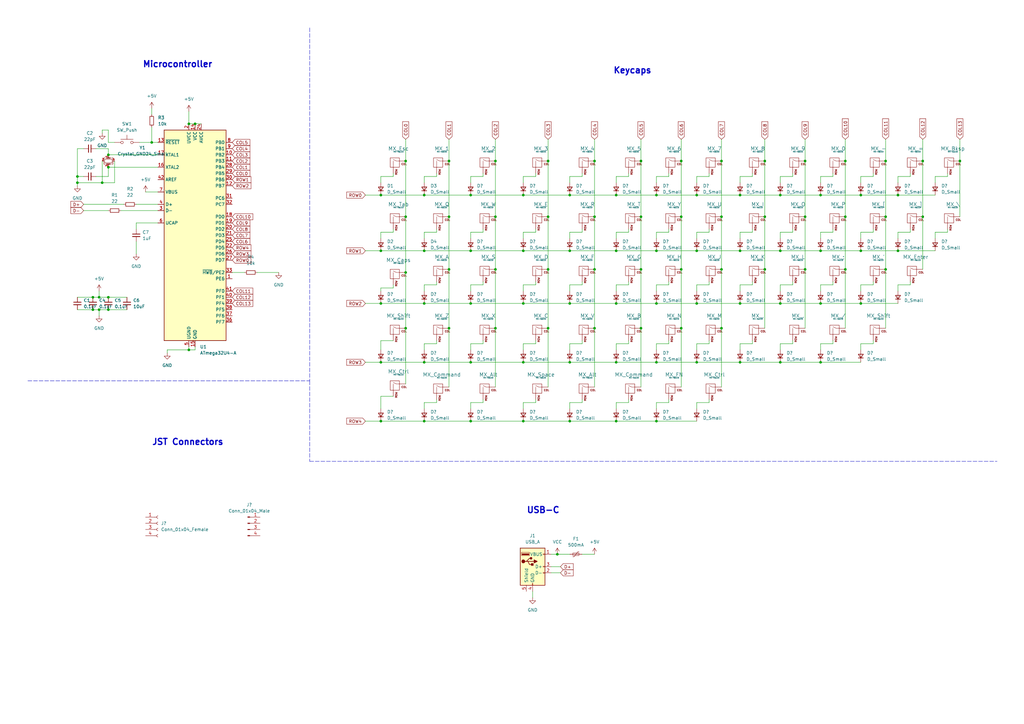
<source format=kicad_sch>
(kicad_sch (version 20211123) (generator eeschema)
  (paper "A3")
  (junction (at 269.24 124.46))
  (junction (at 156.21 172.72))
  (junction (at 233.68 148.59))
  (junction (at 184.15 110.49))
  (junction (at 38.1 127))
  (junction (at 279.4 88.9))
  (junction (at 214.63 80.01))
  (junction (at 62.23 58.42))
  (junction (at 368.3 102.87))
  (junction (at 262.89 110.49))
  (junction (at 44.45 68.58))
  (junction (at 224.79 110.49))
  (junction (at 243.84 88.9))
  (junction (at 77.47 143.51))
  (junction (at 233.68 102.87))
  (junction (at 346.71 110.49))
  (junction (at 295.91 66.04))
  (junction (at 184.15 134.62))
  (junction (at 193.04 102.87))
  (junction (at 269.24 80.01))
  (junction (at 279.4 110.49))
  (junction (at 336.55 102.87))
  (junction (at 203.2 134.62))
  (junction (at 269.24 102.87))
  (junction (at 243.84 110.49))
  (junction (at 353.06 124.46))
  (junction (at 363.22 110.49))
  (junction (at 295.91 110.49))
  (junction (at 252.73 172.72))
  (junction (at 330.2 66.04))
  (junction (at 166.37 66.04))
  (junction (at 41.91 74.93))
  (junction (at 193.04 148.59))
  (junction (at 44.45 63.5))
  (junction (at 224.79 88.9))
  (junction (at 233.68 172.72))
  (junction (at 233.68 124.46))
  (junction (at 353.06 80.01))
  (junction (at 336.55 124.46))
  (junction (at 214.63 172.72))
  (junction (at 368.3 80.01))
  (junction (at 262.89 134.62))
  (junction (at 173.99 124.46))
  (junction (at 203.2 110.49))
  (junction (at 243.84 134.62))
  (junction (at 346.71 88.9))
  (junction (at 214.63 102.87))
  (junction (at 224.79 66.04))
  (junction (at 214.63 148.59))
  (junction (at 295.91 88.9))
  (junction (at 173.99 80.01))
  (junction (at 320.04 148.59))
  (junction (at 269.24 172.72))
  (junction (at 252.73 124.46))
  (junction (at 31.75 74.93))
  (junction (at 173.99 102.87))
  (junction (at 193.04 124.46))
  (junction (at 320.04 80.01))
  (junction (at 303.53 102.87))
  (junction (at 203.2 88.9))
  (junction (at 252.73 148.59))
  (junction (at 214.63 124.46))
  (junction (at 303.53 148.59))
  (junction (at 320.04 102.87))
  (junction (at 363.22 88.9))
  (junction (at 285.75 124.46))
  (junction (at 252.73 102.87))
  (junction (at 336.55 148.59))
  (junction (at 31.75 72.39))
  (junction (at 40.64 121.92))
  (junction (at 243.84 66.04))
  (junction (at 252.73 80.01))
  (junction (at 228.6 227.33))
  (junction (at 184.15 66.04))
  (junction (at 269.24 148.59))
  (junction (at 156.21 124.46))
  (junction (at 262.89 66.04))
  (junction (at 44.45 121.92))
  (junction (at 156.21 102.87))
  (junction (at 393.7 66.04))
  (junction (at 173.99 172.72))
  (junction (at 303.53 124.46))
  (junction (at 303.53 80.01))
  (junction (at 313.69 110.49))
  (junction (at 203.2 66.04))
  (junction (at 77.47 50.8))
  (junction (at 173.99 148.59))
  (junction (at 193.04 172.72))
  (junction (at 285.75 102.87))
  (junction (at 378.46 88.9))
  (junction (at 166.37 111.76))
  (junction (at 378.46 66.04))
  (junction (at 363.22 66.04))
  (junction (at 330.2 88.9))
  (junction (at 193.04 80.01))
  (junction (at 295.91 134.62))
  (junction (at 336.55 80.01))
  (junction (at 166.37 88.9))
  (junction (at 80.01 50.8))
  (junction (at 313.69 66.04))
  (junction (at 40.64 127))
  (junction (at 285.75 148.59))
  (junction (at 330.2 110.49))
  (junction (at 233.68 80.01))
  (junction (at 313.69 88.9))
  (junction (at 156.21 80.01))
  (junction (at 320.04 124.46))
  (junction (at 224.79 134.62))
  (junction (at 38.1 121.92))
  (junction (at 166.37 134.62))
  (junction (at 279.4 66.04))
  (junction (at 156.21 148.59))
  (junction (at 184.15 88.9))
  (junction (at 353.06 102.87))
  (junction (at 44.45 127))
  (junction (at 262.89 88.9))
  (junction (at 279.4 134.62))
  (junction (at 346.71 66.04))
  (junction (at 285.75 80.01))
  (wire (pts (xy 383.54 97.79) (xy 383.54 95.25)))
  (wire (pts (xy 193.04 74.93) (xy 193.04 72.39)))
  (wire (pts (xy 257.81 140.97) (xy 257.81 139.7)))
  (wire (pts (xy 290.83 95.25) (xy 290.83 93.98)))
  (wire (pts (xy 358.14 116.84) (xy 358.14 115.57)))
  (wire (pts (xy 233.68 140.97) (xy 238.76 140.97)))
  (wire (pts (xy 363.22 110.49) (xy 363.22 134.62)))
  (wire (pts (xy 330.2 57.15) (xy 330.2 66.04)))
  (wire (pts (xy 149.86 102.87) (xy 156.21 102.87)))
  (wire (pts (xy 233.68 102.87) (xy 252.73 102.87)))
  (wire (pts (xy 193.04 72.39) (xy 198.12 72.39)))
  (wire (pts (xy 336.55 95.25) (xy 341.63 95.25)))
  (wire (pts (xy 252.73 74.93) (xy 252.73 72.39)))
  (wire (pts (xy 320.04 95.25) (xy 325.12 95.25)))
  (wire (pts (xy 173.99 148.59) (xy 193.04 148.59)))
  (wire (pts (xy 55.88 99.06) (xy 55.88 104.14)))
  (wire (pts (xy 179.07 140.97) (xy 179.07 139.7)))
  (wire (pts (xy 383.54 72.39) (xy 388.62 72.39)))
  (wire (pts (xy 219.71 165.1) (xy 219.71 163.83)))
  (wire (pts (xy 156.21 148.59) (xy 173.99 148.59)))
  (wire (pts (xy 173.99 172.72) (xy 193.04 172.72)))
  (wire (pts (xy 161.29 139.7) (xy 156.21 139.7)))
  (wire (pts (xy 161.29 95.25) (xy 161.29 93.98)))
  (wire (pts (xy 149.86 172.72) (xy 156.21 172.72)))
  (wire (pts (xy 238.76 140.97) (xy 238.76 139.7)))
  (wire (pts (xy 269.24 97.79) (xy 269.24 95.25)))
  (wire (pts (xy 179.07 72.39) (xy 179.07 71.12)))
  (wire (pts (xy 68.58 143.51) (xy 77.47 143.51)))
  (wire (pts (xy 325.12 72.39) (xy 325.12 71.12)))
  (wire (pts (xy 41.91 53.34) (xy 41.91 54.61)))
  (wire (pts (xy 285.75 165.1) (xy 290.83 165.1)))
  (wire (pts (xy 388.62 72.39) (xy 388.62 71.12)))
  (wire (pts (xy 285.75 167.64) (xy 285.75 165.1)))
  (wire (pts (xy 285.75 140.97) (xy 290.83 140.97)))
  (wire (pts (xy 44.45 127) (xy 52.07 127)))
  (wire (pts (xy 184.15 57.15) (xy 184.15 66.04)))
  (wire (pts (xy 325.12 140.97) (xy 325.12 139.7)))
  (wire (pts (xy 214.63 97.79) (xy 214.63 95.25)))
  (polyline (pts (xy 127 11.43) (xy 127 156.21)))
  (wire (pts (xy 313.69 66.04) (xy 313.69 88.9)))
  (wire (pts (xy 80.01 50.8) (xy 82.55 50.8)))
  (wire (pts (xy 252.73 172.72) (xy 269.24 172.72)))
  (wire (pts (xy 320.04 140.97) (xy 325.12 140.97)))
  (wire (pts (xy 274.32 72.39) (xy 274.32 71.12)))
  (wire (pts (xy 330.2 110.49) (xy 330.2 134.62)))
  (wire (pts (xy 252.73 80.01) (xy 269.24 80.01)))
  (wire (pts (xy 353.06 97.79) (xy 353.06 95.25)))
  (wire (pts (xy 156.21 162.56) (xy 156.21 167.64)))
  (wire (pts (xy 269.24 72.39) (xy 274.32 72.39)))
  (wire (pts (xy 308.61 95.25) (xy 308.61 93.98)))
  (wire (pts (xy 179.07 165.1) (xy 179.07 163.83)))
  (wire (pts (xy 285.75 102.87) (xy 303.53 102.87)))
  (wire (pts (xy 336.55 74.93) (xy 336.55 72.39)))
  (wire (pts (xy 64.77 91.44) (xy 55.88 91.44)))
  (wire (pts (xy 303.53 119.38) (xy 303.53 116.84)))
  (wire (pts (xy 193.04 165.1) (xy 198.12 165.1)))
  (wire (pts (xy 44.45 63.5) (xy 64.77 63.5)))
  (wire (pts (xy 193.04 172.72) (xy 214.63 172.72)))
  (wire (pts (xy 233.68 116.84) (xy 238.76 116.84)))
  (wire (pts (xy 353.06 102.87) (xy 368.3 102.87)))
  (wire (pts (xy 308.61 72.39) (xy 308.61 71.12)))
  (wire (pts (xy 39.37 60.96) (xy 44.45 60.96)))
  (wire (pts (xy 214.63 95.25) (xy 219.71 95.25)))
  (wire (pts (xy 358.14 95.25) (xy 358.14 93.98)))
  (wire (pts (xy 303.53 95.25) (xy 308.61 95.25)))
  (wire (pts (xy 313.69 110.49) (xy 313.69 134.62)))
  (wire (pts (xy 214.63 124.46) (xy 233.68 124.46)))
  (wire (pts (xy 368.3 97.79) (xy 368.3 95.25)))
  (wire (pts (xy 34.29 83.82) (xy 50.8 83.82)))
  (wire (pts (xy 383.54 95.25) (xy 388.62 95.25)))
  (wire (pts (xy 383.54 74.93) (xy 383.54 72.39)))
  (wire (pts (xy 378.46 88.9) (xy 378.46 110.49)))
  (wire (pts (xy 368.3 119.38) (xy 368.3 116.84)))
  (wire (pts (xy 243.84 134.62) (xy 243.84 158.75)))
  (wire (pts (xy 290.83 140.97) (xy 290.83 139.7)))
  (wire (pts (xy 193.04 97.79) (xy 193.04 95.25)))
  (wire (pts (xy 285.75 119.38) (xy 285.75 116.84)))
  (wire (pts (xy 224.79 110.49) (xy 224.79 134.62)))
  (wire (pts (xy 184.15 88.9) (xy 184.15 110.49)))
  (wire (pts (xy 193.04 116.84) (xy 198.12 116.84)))
  (wire (pts (xy 193.04 102.87) (xy 214.63 102.87)))
  (wire (pts (xy 368.3 116.84) (xy 373.38 116.84)))
  (wire (pts (xy 358.14 72.39) (xy 358.14 71.12)))
  (wire (pts (xy 303.53 116.84) (xy 308.61 116.84)))
  (wire (pts (xy 303.53 97.79) (xy 303.53 95.25)))
  (wire (pts (xy 31.75 127) (xy 38.1 127)))
  (wire (pts (xy 68.58 144.78) (xy 68.58 143.51)))
  (wire (pts (xy 368.3 80.01) (xy 383.54 80.01)))
  (wire (pts (xy 353.06 119.38) (xy 353.06 116.84)))
  (wire (pts (xy 285.75 80.01) (xy 303.53 80.01)))
  (wire (pts (xy 353.06 140.97) (xy 358.14 140.97)))
  (wire (pts (xy 173.99 119.38) (xy 173.99 116.84)))
  (wire (pts (xy 336.55 102.87) (xy 353.06 102.87)))
  (wire (pts (xy 257.81 165.1) (xy 257.81 163.83)))
  (wire (pts (xy 193.04 140.97) (xy 198.12 140.97)))
  (wire (pts (xy 238.76 227.33) (xy 243.84 227.33)))
  (wire (pts (xy 243.84 88.9) (xy 243.84 110.49)))
  (wire (pts (xy 285.75 72.39) (xy 290.83 72.39)))
  (wire (pts (xy 252.73 165.1) (xy 257.81 165.1)))
  (wire (pts (xy 233.68 172.72) (xy 252.73 172.72)))
  (wire (pts (xy 219.71 72.39) (xy 219.71 71.12)))
  (wire (pts (xy 44.45 121.92) (xy 52.07 121.92)))
  (wire (pts (xy 262.89 66.04) (xy 262.89 88.9)))
  (wire (pts (xy 325.12 116.84) (xy 325.12 115.57)))
  (wire (pts (xy 173.99 80.01) (xy 193.04 80.01)))
  (wire (pts (xy 184.15 66.04) (xy 184.15 88.9)))
  (wire (pts (xy 238.76 116.84) (xy 238.76 115.57)))
  (wire (pts (xy 214.63 148.59) (xy 233.68 148.59)))
  (wire (pts (xy 363.22 57.15) (xy 363.22 66.04)))
  (wire (pts (xy 353.06 95.25) (xy 358.14 95.25)))
  (wire (pts (xy 203.2 134.62) (xy 203.2 158.75)))
  (wire (pts (xy 285.75 143.51) (xy 285.75 140.97)))
  (wire (pts (xy 193.04 167.64) (xy 193.04 165.1)))
  (wire (pts (xy 214.63 74.93) (xy 214.63 72.39)))
  (wire (pts (xy 156.21 102.87) (xy 173.99 102.87)))
  (wire (pts (xy 269.24 124.46) (xy 285.75 124.46)))
  (polyline (pts (xy 127 189.23) (xy 408.94 189.23)))
  (wire (pts (xy 285.75 97.79) (xy 285.75 95.25)))
  (wire (pts (xy 303.53 102.87) (xy 320.04 102.87)))
  (wire (pts (xy 173.99 124.46) (xy 193.04 124.46)))
  (wire (pts (xy 214.63 72.39) (xy 219.71 72.39)))
  (wire (pts (xy 219.71 95.25) (xy 219.71 93.98)))
  (wire (pts (xy 313.69 57.15) (xy 313.69 66.04)))
  (wire (pts (xy 262.89 57.15) (xy 262.89 66.04)))
  (wire (pts (xy 252.73 95.25) (xy 257.81 95.25)))
  (wire (pts (xy 243.84 66.04) (xy 243.84 88.9)))
  (wire (pts (xy 203.2 66.04) (xy 203.2 88.9)))
  (wire (pts (xy 193.04 80.01) (xy 214.63 80.01)))
  (wire (pts (xy 44.45 68.58) (xy 64.77 68.58)))
  (wire (pts (xy 269.24 102.87) (xy 285.75 102.87)))
  (wire (pts (xy 353.06 124.46) (xy 368.3 124.46)))
  (wire (pts (xy 233.68 148.59) (xy 252.73 148.59)))
  (wire (pts (xy 173.99 143.51) (xy 173.99 140.97)))
  (wire (pts (xy 198.12 165.1) (xy 198.12 163.83)))
  (wire (pts (xy 252.73 143.51) (xy 252.73 140.97)))
  (wire (pts (xy 173.99 95.25) (xy 179.07 95.25)))
  (wire (pts (xy 279.4 134.62) (xy 279.4 158.75)))
  (wire (pts (xy 252.73 72.39) (xy 257.81 72.39)))
  (wire (pts (xy 274.32 140.97) (xy 274.32 139.7)))
  (wire (pts (xy 173.99 97.79) (xy 173.99 95.25)))
  (wire (pts (xy 303.53 143.51) (xy 303.53 140.97)))
  (wire (pts (xy 105.41 111.76) (xy 114.3 111.76)))
  (wire (pts (xy 295.91 88.9) (xy 295.91 110.49)))
  (wire (pts (xy 320.04 72.39) (xy 325.12 72.39)))
  (wire (pts (xy 330.2 66.04) (xy 330.2 88.9)))
  (wire (pts (xy 80.01 143.51) (xy 80.01 142.24)))
  (wire (pts (xy 31.75 74.93) (xy 31.75 76.2)))
  (wire (pts (xy 40.64 119.38) (xy 40.64 121.92)))
  (wire (pts (xy 274.32 95.25) (xy 274.32 93.98)))
  (wire (pts (xy 233.68 80.01) (xy 252.73 80.01)))
  (wire (pts (xy 226.06 232.41) (xy 229.87 232.41)))
  (wire (pts (xy 295.91 134.62) (xy 295.91 158.75)))
  (wire (pts (xy 269.24 172.72) (xy 285.75 172.72)))
  (wire (pts (xy 62.23 52.07) (xy 62.23 58.42)))
  (wire (pts (xy 166.37 88.9) (xy 166.37 111.76)))
  (wire (pts (xy 279.4 110.49) (xy 279.4 134.62)))
  (wire (pts (xy 49.53 86.36) (xy 64.77 86.36)))
  (wire (pts (xy 238.76 165.1) (xy 238.76 163.83)))
  (wire (pts (xy 41.91 74.93) (xy 31.75 74.93)))
  (wire (pts (xy 295.91 110.49) (xy 295.91 134.62)))
  (wire (pts (xy 214.63 167.64) (xy 214.63 165.1)))
  (wire (pts (xy 161.29 72.39) (xy 161.29 71.12)))
  (wire (pts (xy 38.1 127) (xy 40.64 127)))
  (wire (pts (xy 320.04 143.51) (xy 320.04 140.97)))
  (wire (pts (xy 336.55 148.59) (xy 353.06 148.59)))
  (wire (pts (xy 233.68 124.46) (xy 252.73 124.46)))
  (wire (pts (xy 193.04 95.25) (xy 198.12 95.25)))
  (wire (pts (xy 219.71 116.84) (xy 219.71 115.57)))
  (wire (pts (xy 156.21 139.7) (xy 156.21 143.51)))
  (wire (pts (xy 274.32 116.84) (xy 274.32 115.57)))
  (wire (pts (xy 303.53 124.46) (xy 320.04 124.46)))
  (wire (pts (xy 203.2 57.15) (xy 203.2 66.04)))
  (wire (pts (xy 203.2 110.49) (xy 203.2 134.62)))
  (wire (pts (xy 269.24 140.97) (xy 274.32 140.97)))
  (wire (pts (xy 274.32 165.1) (xy 274.32 163.83)))
  (wire (pts (xy 308.61 116.84) (xy 308.61 115.57)))
  (wire (pts (xy 325.12 95.25) (xy 325.12 93.98)))
  (wire (pts (xy 214.63 119.38) (xy 214.63 116.84)))
  (wire (pts (xy 214.63 116.84) (xy 219.71 116.84)))
  (wire (pts (xy 161.29 162.56) (xy 156.21 162.56)))
  (wire (pts (xy 44.45 53.34) (xy 41.91 53.34)))
  (wire (pts (xy 303.53 74.93) (xy 303.53 72.39)))
  (wire (pts (xy 320.04 80.01) (xy 336.55 80.01)))
  (wire (pts (xy 156.21 80.01) (xy 173.99 80.01)))
  (wire (pts (xy 224.79 88.9) (xy 224.79 110.49)))
  (wire (pts (xy 156.21 172.72) (xy 173.99 172.72)))
  (wire (pts (xy 320.04 74.93) (xy 320.04 72.39)))
  (wire (pts (xy 34.29 60.96) (xy 31.75 60.96)))
  (wire (pts (xy 257.81 116.84) (xy 257.81 115.57)))
  (wire (pts (xy 173.99 167.64) (xy 173.99 165.1)))
  (wire (pts (xy 257.81 72.39) (xy 257.81 71.12)))
  (wire (pts (xy 233.68 74.93) (xy 233.68 72.39)))
  (wire (pts (xy 290.83 116.84) (xy 290.83 115.57)))
  (wire (pts (xy 226.06 227.33) (xy 228.6 227.33)))
  (wire (pts (xy 330.2 88.9) (xy 330.2 110.49)))
  (wire (pts (xy 214.63 172.72) (xy 233.68 172.72)))
  (wire (pts (xy 39.37 72.39) (xy 44.45 72.39)))
  (wire (pts (xy 285.75 74.93) (xy 285.75 72.39)))
  (wire (pts (xy 269.24 119.38) (xy 269.24 116.84)))
  (wire (pts (xy 336.55 72.39) (xy 341.63 72.39)))
  (wire (pts (xy 252.73 119.38) (xy 252.73 116.84)))
  (wire (pts (xy 59.69 78.74) (xy 64.77 78.74)))
  (wire (pts (xy 363.22 88.9) (xy 363.22 110.49)))
  (wire (pts (xy 193.04 148.59) (xy 214.63 148.59)))
  (wire (pts (xy 336.55 116.84) (xy 341.63 116.84)))
  (wire (pts (xy 233.68 72.39) (xy 238.76 72.39)))
  (wire (pts (xy 341.63 72.39) (xy 341.63 71.12)))
  (wire (pts (xy 295.91 66.04) (xy 295.91 88.9)))
  (wire (pts (xy 156.21 97.79) (xy 156.21 95.25)))
  (wire (pts (xy 353.06 72.39) (xy 358.14 72.39)))
  (wire (pts (xy 193.04 124.46) (xy 214.63 124.46)))
  (wire (pts (xy 320.04 102.87) (xy 336.55 102.87)))
  (wire (pts (xy 353.06 143.51) (xy 353.06 140.97)))
  (wire (pts (xy 341.63 116.84) (xy 341.63 115.57)))
  (wire (pts (xy 233.68 143.51) (xy 233.68 140.97)))
  (wire (pts (xy 346.71 66.04) (xy 346.71 88.9)))
  (wire (pts (xy 31.75 72.39) (xy 31.75 74.93)))
  (wire (pts (xy 62.23 44.45) (xy 62.23 46.99)))
  (wire (pts (xy 31.75 60.96) (xy 31.75 72.39)))
  (wire (pts (xy 252.73 167.64) (xy 252.73 165.1)))
  (wire (pts (xy 279.4 88.9) (xy 279.4 110.49)))
  (wire (pts (xy 341.63 140.97) (xy 341.63 139.7)))
  (wire (pts (xy 38.1 121.92) (xy 40.64 121.92)))
  (wire (pts (xy 193.04 143.51) (xy 193.04 140.97)))
  (wire (pts (xy 393.7 66.04) (xy 393.7 88.9)))
  (wire (pts (xy 285.75 148.59) (xy 303.53 148.59)))
  (wire (pts (xy 358.14 140.97) (xy 358.14 139.7)))
  (wire (pts (xy 173.99 116.84) (xy 179.07 116.84)))
  (wire (pts (xy 238.76 72.39) (xy 238.76 71.12)))
  (wire (pts (xy 252.73 97.79) (xy 252.73 95.25)))
  (wire (pts (xy 173.99 165.1) (xy 179.07 165.1)))
  (wire (pts (xy 279.4 57.15) (xy 279.4 66.04)))
  (wire (pts (xy 233.68 165.1) (xy 238.76 165.1)))
  (wire (pts (xy 161.29 116.84) (xy 161.29 118.11)))
  (wire (pts (xy 156.21 72.39) (xy 161.29 72.39)))
  (wire (pts (xy 378.46 57.15) (xy 378.46 66.04)))
  (wire (pts (xy 378.46 66.04) (xy 378.46 88.9)))
  (wire (pts (xy 262.89 110.49) (xy 262.89 134.62)))
  (wire (pts (xy 295.91 57.15) (xy 295.91 66.04)))
  (wire (pts (xy 40.64 127) (xy 40.64 129.54)))
  (wire (pts (xy 173.99 102.87) (xy 193.04 102.87)))
  (wire (pts (xy 336.55 143.51) (xy 336.55 140.97)))
  (wire (pts (xy 77.47 45.72) (xy 77.47 50.8)))
  (wire (pts (xy 214.63 80.01) (xy 233.68 80.01)))
  (wire (pts (xy 373.38 116.84) (xy 373.38 115.57)))
  (wire (pts (xy 393.7 57.15) (xy 393.7 66.04)))
  (wire (pts (xy 198.12 95.25) (xy 198.12 93.98)))
  (wire (pts (xy 40.64 127) (xy 44.45 127)))
  (wire (pts (xy 214.63 165.1) (xy 219.71 165.1)))
  (wire (pts (xy 252.73 140.97) (xy 257.81 140.97)))
  (wire (pts (xy 156.21 124.46) (xy 173.99 124.46)))
  (wire (pts (xy 77.47 142.24) (xy 77.47 143.51)))
  (polyline (pts (xy 11.43 156.21) (xy 127 156.21)))
  (wire (pts (xy 320.04 116.84) (xy 325.12 116.84)))
  (wire (pts (xy 303.53 80.01) (xy 320.04 80.01)))
  (wire (pts (xy 252.73 148.59) (xy 269.24 148.59)))
  (wire (pts (xy 44.45 58.42) (xy 44.45 53.34)))
  (wire (pts (xy 243.84 110.49) (xy 243.84 134.62)))
  (wire (pts (xy 173.99 140.97) (xy 179.07 140.97)))
  (wire (pts (xy 262.89 134.62) (xy 262.89 158.75)))
  (wire (pts (xy 336.55 140.97) (xy 341.63 140.97)))
  (wire (pts (xy 77.47 143.51) (xy 80.01 143.51)))
  (wire (pts (xy 218.44 242.57) (xy 218.44 245.11)))
  (wire (pts (xy 252.73 116.84) (xy 257.81 116.84)))
  (wire (pts (xy 233.68 97.79) (xy 233.68 95.25)))
  (wire (pts (xy 198.12 72.39) (xy 198.12 71.12)))
  (wire (pts (xy 269.24 148.59) (xy 285.75 148.59)))
  (wire (pts (xy 95.25 111.76) (xy 100.33 111.76)))
  (wire (pts (xy 46.99 74.93) (xy 41.91 74.93)))
  (wire (pts (xy 166.37 134.62) (xy 166.37 157.48)))
  (wire (pts (xy 226.06 234.95) (xy 229.87 234.95)))
  (wire (pts (xy 320.04 119.38) (xy 320.04 116.84)))
  (wire (pts (xy 198.12 116.84) (xy 198.12 115.57)))
  (wire (pts (xy 214.63 102.87) (xy 233.68 102.87)))
  (wire (pts (xy 279.4 66.04) (xy 279.4 88.9)))
  (wire (pts (xy 336.55 124.46) (xy 353.06 124.46)))
  (wire (pts (xy 269.24 116.84) (xy 274.32 116.84)))
  (wire (pts (xy 166.37 66.04) (xy 166.37 88.9)))
  (wire (pts (xy 224.79 134.62) (xy 224.79 158.75)))
  (wire (pts (xy 166.37 111.76) (xy 166.37 134.62)))
  (wire (pts (xy 41.91 66.04) (xy 41.91 74.93)))
  (wire (pts (xy 269.24 80.01) (xy 285.75 80.01)))
  (wire (pts (xy 31.75 72.39) (xy 34.29 72.39)))
  (wire (pts (xy 228.6 227.33) (xy 233.68 227.33)))
  (wire (pts (xy 269.24 143.51) (xy 269.24 140.97)))
  (wire (pts (xy 149.86 124.46) (xy 156.21 124.46)))
  (wire (pts (xy 233.68 167.64) (xy 233.68 165.1)))
  (wire (pts (xy 156.21 95.25) (xy 161.29 95.25)))
  (wire (pts (xy 346.71 57.15) (xy 346.71 66.04)))
  (wire (pts (xy 184.15 110.49) (xy 184.15 134.62)))
  (wire (pts (xy 55.88 83.82) (xy 64.77 83.82)))
  (wire (pts (xy 233.68 95.25) (xy 238.76 95.25)))
  (wire (pts (xy 290.83 165.1) (xy 290.83 163.83)))
  (wire (pts (xy 173.99 72.39) (xy 179.07 72.39)))
  (wire (pts (xy 252.73 102.87) (xy 269.24 102.87)))
  (wire (pts (xy 184.15 134.62) (xy 184.15 158.75)))
  (wire (pts (xy 388.62 95.25) (xy 388.62 93.98)))
  (wire (pts (xy 290.83 72.39) (xy 290.83 71.12)))
  (wire (pts (xy 203.2 88.9) (xy 203.2 110.49)))
  (wire (pts (xy 368.3 102.87) (xy 383.54 102.87)))
  (wire (pts (xy 353.06 80.01) (xy 368.3 80.01)))
  (wire (pts (xy 269.24 167.64) (xy 269.24 165.1)))
  (wire (pts (xy 224.79 66.04) (xy 224.79 88.9)))
  (wire (pts (xy 46.99 66.04) (xy 46.99 74.93)))
  (wire (pts (xy 243.84 57.15) (xy 243.84 66.04)))
  (wire (pts (xy 341.63 95.25) (xy 341.63 93.98)))
  (wire (pts (xy 368.3 72.39) (xy 373.38 72.39)))
  (wire (pts (xy 320.04 148.59) (xy 336.55 148.59)))
  (wire (pts (xy 373.38 95.25) (xy 373.38 93.98)))
  (wire (pts (xy 308.61 140.97) (xy 308.61 139.7)))
  (wire (pts (xy 161.29 118.11) (xy 156.21 118.11)))
  (wire (pts (xy 149.86 80.01) (xy 156.21 80.01)))
  (wire (pts (xy 149.86 148.59) (xy 156.21 148.59)))
  (wire (pts (xy 269.24 74.93) (xy 269.24 72.39)))
  (wire (pts (xy 257.81 95.25) (xy 257.81 93.98)))
  (wire (pts (xy 303.53 148.59) (xy 320.04 148.59)))
  (wire (pts (xy 285.75 124.46) (xy 303.53 124.46)))
  (wire (pts (xy 179.07 116.84) (xy 179.07 115.57)))
  (wire (pts (xy 34.29 86.36) (xy 44.45 86.36)))
  (wire (pts (xy 353.06 116.84) (xy 358.14 116.84)))
  (wire (pts (xy 336.55 97.79) (xy 336.55 95.25)))
  (wire (pts (xy 224.79 57.15) (xy 224.79 66.04)))
  (wire (pts (xy 233.68 119.38) (xy 233.68 116.84)))
  (wire (pts (xy 303.53 140.97) (xy 308.61 140.97)))
  (wire (pts (xy 269.24 95.25) (xy 274.32 95.25)))
  (wire (pts (xy 214.63 143.51) (xy 214.63 140.97)))
  (wire (pts (xy 313.69 88.9) (xy 313.69 110.49)))
  (wire (pts (xy 346.71 110.49) (xy 346.71 134.62)))
  (wire (pts (xy 219.71 140.97) (xy 219.71 139.7)))
  (wire (pts (xy 179.07 95.25) (xy 179.07 93.98)))
  (wire (pts (xy 193.04 119.38) (xy 193.04 116.84)))
  (wire (pts (xy 44.45 60.96) (xy 44.45 63.5)))
  (wire (pts (xy 44.45 72.39) (xy 44.45 68.58)))
  (wire (pts (xy 368.3 95.25) (xy 373.38 95.25)))
  (wire (pts (xy 303.53 72.39) (xy 308.61 72.39)))
  (wire (pts (xy 320.04 97.79) (xy 320.04 95.25)))
  (wire (pts (xy 46.99 58.42) (xy 44.45 58.42)))
  (wire (pts (xy 252.73 124.46) (xy 269.24 124.46)))
  (wire (pts (xy 214.63 140.97) (xy 219.71 140.97)))
  (wire (pts (xy 285.75 116.84) (xy 290.83 116.84)))
  (wire (pts (xy 40.64 121.92) (xy 44.45 121.92)))
  (polyline (pts (xy 127 156.21) (xy 127 189.23)))
  (wire (pts (xy 156.21 74.93) (xy 156.21 72.39)))
  (wire (pts (xy 368.3 74.93) (xy 368.3 72.39)))
  (wire (pts (xy 62.23 58.42) (xy 64.77 58.42)))
  (wire (pts (xy 353.06 74.93) (xy 353.06 72.39)))
  (wire (pts (xy 166.37 57.15) (xy 166.37 66.04)))
  (wire (pts (xy 285.75 95.25) (xy 290.83 95.25)))
  (wire (pts (xy 198.12 140.97) (xy 198.12 139.7)))
  (wire (pts (xy 320.04 124.46) (xy 336.55 124.46)))
  (wire (pts (xy 336.55 80.01) (xy 353.06 80.01)))
  (wire (pts (xy 238.76 95.25) (xy 238.76 93.98)))
  (wire (pts (xy 57.15 58.42) (xy 62.23 58.42)))
  (wire (pts (xy 373.38 72.39) (xy 373.38 71.12)))
  (wire (pts (xy 346.71 88.9) (xy 346.71 110.49)))
  (wire (pts (xy 173.99 74.93) (xy 173.99 72.39)))
  (wire (pts (xy 363.22 66.04) (xy 363.22 88.9)))
  (wire (pts (xy 156.21 118.11) (xy 156.21 119.38)))
  (wire (pts (xy 262.89 88.9) (xy 262.89 110.49)))
  (wire (pts (xy 336.55 119.38) (xy 336.55 116.84)))
  (wire (pts (xy 77.47 50.8) (xy 80.01 50.8)))
  (wire (pts (xy 269.24 165.1) (xy 274.32 165.1)))
  (wire (pts (xy 31.75 121.92) (xy 38.1 121.92)))
  (wire (pts (xy 55.88 91.44) (xy 55.88 93.98)))
  (text "USB-C" (at 215.9 210.82 0) (effects (font (size 2.5 2.5) bold) (justify left bottom)))
  (text "Keycaps" (at 251.46 30.48 0) (effects (font (size 2.5 2.5) bold) (justify left bottom)))
  (text "JST Connectors" (at 62.23 182.88 0) (effects (font (size 2.5 2.5) bold) (justify left bottom)))
  (text "Microcontroller" (at 58.42 27.94 0) (effects (font (size 2.5 2.5) (thickness 0.5) bold) (justify left bottom)))
  (global_label "ROW1" (shape input) (at 95.25 73.66 0) (property "Intersheet References" "${INTERSHEET_REFS}" (effects hide)))
  (global_label "COL5" (shape input) (at 262.89 57.15 90) (property "Intersheet References" "${INTERSHEET_REFS}" (effects hide)))
  (global_label "COL9" (shape input) (at 330.2 57.15 90) (property "Intersheet References" "${INTERSHEET_REFS}" (effects hide)))
  (global_label "COL12" (shape input) (at 378.46 57.15 90) (property "Intersheet References" "${INTERSHEET_REFS}" (effects hide)))
  (global_label "COL3" (shape input) (at 95.25 63.5 0) (property "Intersheet References" "${INTERSHEET_REFS}" (effects hide)))
  (global_label "COL2" (shape input) (at 95.25 66.04 0) (property "Intersheet References" "${INTERSHEET_REFS}" (effects hide)))
  (global_label "COL11" (shape input) (at 363.22 57.15 90) (property "Intersheet References" "${INTERSHEET_REFS}" (effects hide)))
  (global_label "COL8" (shape input) (at 95.25 93.98 0) (property "Intersheet References" "${INTERSHEET_REFS}" (effects hide)))
  (global_label "ROW3" (shape input) (at 149.86 148.59 180) (property "Intersheet References" "${INTERSHEET_REFS}" (effects hide)))
  (global_label "COL6" (shape input) (at 279.4 57.15 90) (property "Intersheet References" "${INTERSHEET_REFS}" (effects hide)))
  (global_label "COL1" (shape input) (at 95.25 68.58 0) (property "Intersheet References" "${INTERSHEET_REFS}" (effects hide)))
  (global_label "COL10" (shape input) (at 95.25 88.9 0) (property "Intersheet References" "${INTERSHEET_REFS}" (effects hide)))
  (global_label "ROW4" (shape input) (at 149.86 172.72 180) (property "Intersheet References" "${INTERSHEET_REFS}" (effects hide)))
  (global_label "COL8" (shape input) (at 313.69 57.15 90) (property "Intersheet References" "${INTERSHEET_REFS}" (effects hide)))
  (global_label "D+" (shape input) (at 229.87 232.41 0) (property "Intersheet References" "${INTERSHEET_REFS}" (effects hide)))
  (global_label "COL9" (shape input) (at 95.25 91.44 0) (property "Intersheet References" "${INTERSHEET_REFS}" (effects hide)))
  (global_label "COL12" (shape input) (at 95.25 121.92 0) (property "Intersheet References" "${INTERSHEET_REFS}" (effects hide)))
  (global_label "COL3" (shape input) (at 224.79 57.15 90) (property "Intersheet References" "${INTERSHEET_REFS}" (effects hide)))
  (global_label "COL7" (shape input) (at 95.25 96.52 0) (property "Intersheet References" "${INTERSHEET_REFS}" (effects hide)))
  (global_label "COL4" (shape input) (at 95.25 60.96 0) (property "Intersheet References" "${INTERSHEET_REFS}" (effects hide)))
  (global_label "COL4" (shape input) (at 243.84 57.15 90) (property "Intersheet References" "${INTERSHEET_REFS}" (effects hide)))
  (global_label "COL10" (shape input) (at 346.71 57.15 90) (property "Intersheet References" "${INTERSHEET_REFS}" (effects hide)))
  (global_label "COL1" (shape input) (at 184.15 57.15 90) (property "Intersheet References" "${INTERSHEET_REFS}" (effects hide)))
  (global_label "COL13" (shape input) (at 393.7 57.15 90) (property "Intersheet References" "${INTERSHEET_REFS}" (effects hide)))
  (global_label "COL11" (shape input) (at 95.25 119.38 0) (property "Intersheet References" "${INTERSHEET_REFS}" (effects hide)))
  (global_label "COL2" (shape input) (at 203.2 57.15 90) (property "Intersheet References" "${INTERSHEET_REFS}" (effects hide)))
  (global_label "COL7" (shape input) (at 295.91 57.15 90) (property "Intersheet References" "${INTERSHEET_REFS}" (effects hide)))
  (global_label "ROW0" (shape input) (at 95.25 106.68 0) (property "Intersheet References" "${INTERSHEET_REFS}" (effects hide)))
  (global_label "ROW3" (shape input) (at 95.25 104.14 0) (property "Intersheet References" "${INTERSHEET_REFS}" (effects hide)))
  (global_label "ROW0" (shape input) (at 149.86 80.01 180) (property "Intersheet References" "${INTERSHEET_REFS}" (effects hide)))
  (global_label "D-" (shape input) (at 34.29 86.36 180) (property "Intersheet References" "${INTERSHEET_REFS}" (effects hide)))
  (global_label "ROW2" (shape input) (at 95.25 76.2 0) (property "Intersheet References" "${INTERSHEET_REFS}" (effects hide)))
  (global_label "D+" (shape input) (at 34.29 83.82 180) (property "Intersheet References" "${INTERSHEET_REFS}" (effects hide)))
  (global_label "COL0" (shape input) (at 95.25 71.12 0) (property "Intersheet References" "${INTERSHEET_REFS}" (effects hide)))
  (global_label "D-" (shape input) (at 229.87 234.95 0) (property "Intersheet References" "${INTERSHEET_REFS}" (effects hide)))
  (global_label "ROW2" (shape input) (at 149.86 124.46 180) (property "Intersheet References" "${INTERSHEET_REFS}" (effects hide)))
  (global_label "COL13" (shape input) (at 95.25 124.46 0) (property "Intersheet References" "${INTERSHEET_REFS}" (effects hide)))
  (global_label "COL0" (shape input) (at 166.37 57.15 90) (property "Intersheet References" "${INTERSHEET_REFS}" (effects hide)))
  (global_label "COL6" (shape input) (at 95.25 99.06 0) (property "Intersheet References" "${INTERSHEET_REFS}" (effects hide)))
  (global_label "COL5" (shape input) (at 95.25 58.42 0) (property "Intersheet References" "${INTERSHEET_REFS}" (effects hide)))
  (global_label "ROW1" (shape input) (at 149.86 102.87 180) (property "Intersheet References" "${INTERSHEET_REFS}" (effects hide)))
  (global_label "ROW4" (shape input) (at 95.25 101.6 0) (property "Intersheet References" "${INTERSHEET_REFS}" (effects hide)))
  (symbol (lib_id "Device:D_Small") (at 383.54 100.33 90) (unit 1)
    (property "Reference" "D?" (at 386.08 99.0599 90) (effects (justify right)))
    (property "Value" "D_Small" (at 386.08 101.5999 90) (effects (justify right)))
    (property "Footprint" "Diode_SMD:D_SOD-123" (effects hide))
  )
  (symbol (lib_id "power:GND") (at 31.75 76.2 0) (unit 1)
    (property "Reference" "#PWR0106" (effects hide))
    (property "Value" "GND" (at 31.75 81.28 0))
  )
  (symbol (lib_id "MX_Alps_Hybrid:MX-NoLED") (at 259.08 90.17 0) (unit 1)
    (property "Reference" "MX_T" (at 259.9656 83.82 0) (effects (font (size 1.524 1.524))))
    (property "Value" "MX-NoLED" (at 259.9656 85.09 0) (effects (font (size 0.508 0.508))))
    (property "Footprint" "MX_Alps_Hybrid:MX-1U-NoLED" (effects hide))
  )
  (symbol (lib_id "Device:D_Small") (at 285.75 121.92 90) (unit 1)
    (property "Reference" "D?" (at 288.29 120.6499 90) (effects (justify right)))
    (property "Value" "D_Small" (at 288.29 123.1899 90) (effects (justify right)))
    (property "Footprint" "Diode_SMD:D_SOD-123" (effects hide))
  )
  (symbol (lib_id "MX_Alps_Hybrid:MX-NoLED") (at 342.9 111.76 0) (unit 1)
    (property "Reference" "MX_;" (at 343.7856 105.41 0) (effects (font (size 1.524 1.524))))
    (property "Value" "MX-NoLED" (at 343.7856 106.68 0) (effects (font (size 0.508 0.508))))
    (property "Footprint" "MX_Alps_Hybrid:MX-1U-NoLED" (effects hide))
  )
  (symbol (lib_id "MX_Alps_Hybrid:MX-NoLED") (at 220.98 67.31 0) (unit 1)
    (property "Reference" "MX_3" (at 221.8656 60.96 0) (effects (font (size 1.524 1.524))))
    (property "Value" "MX-NoLED" (at 221.8656 62.23 0) (effects (font (size 0.508 0.508))))
    (property "Footprint" "MX_Alps_Hybrid:MX-1U-NoLED" (effects hide))
  )
  (symbol (lib_id "Device:D_Small") (at 173.99 77.47 90) (unit 1)
    (property "Reference" "D3" (at 176.53 76.1999 90) (effects (justify right)))
    (property "Value" "D_Small" (at 176.53 78.7399 90) (effects (justify right)))
    (property "Footprint" "Diode_SMD:D_SOD-123" (effects hide))
  )
  (symbol (lib_id "MX_Alps_Hybrid:MX-NoLED") (at 240.03 67.31 0) (unit 1)
    (property "Reference" "MX_4" (at 240.9156 60.96 0) (effects (font (size 1.524 1.524))))
    (property "Value" "MX-NoLED" (at 240.9156 62.23 0) (effects (font (size 0.508 0.508))))
    (property "Footprint" "MX_Alps_Hybrid:MX-1U-NoLED" (effects hide))
  )
  (symbol (lib_id "MX_Alps_Hybrid:MX-NoLED") (at 292.1 67.31 0) (unit 1)
    (property "Reference" "MX_7" (at 292.9856 60.96 0) (effects (font (size 1.524 1.524))))
    (property "Value" "MX-NoLED" (at 292.9856 62.23 0) (effects (font (size 0.508 0.508))))
    (property "Footprint" "MX_Alps_Hybrid:MX-1U-NoLED" (effects hide))
  )
  (symbol (lib_id "Connector:Conn_01x04_Female") (at 64.77 214.63 0) (unit 1)
    (property "Reference" "J?" (at 66.04 214.6299 0) (effects (justify left)))
    (property "Value" "Conn_01x04_Female" (at 66.04 217.1699 0) (effects (justify left)))
  )
  (symbol (lib_id "Device:D_Small") (at 353.06 121.92 90) (unit 1)
    (property "Reference" "D?" (at 355.6 120.6499 90) (effects (justify right)))
    (property "Value" "D_Small" (at 355.6 123.1899 90) (effects (justify right)))
    (property "Footprint" "Diode_SMD:D_SOD-123" (effects hide))
  )
  (symbol (lib_id "Device:D_Small") (at 269.24 146.05 90) (unit 1)
    (property "Reference" "D?" (at 271.78 144.7799 90) (effects (justify right)))
    (property "Value" "D_Small" (at 271.78 147.3199 90) (effects (justify right)))
    (property "Footprint" "Diode_SMD:D_SOD-123" (effects hide))
  )
  (symbol (lib_id "MX_Alps_Hybrid:MX-NoLED") (at 180.34 90.17 0) (unit 1)
    (property "Reference" "MX_Q" (at 181.2256 83.82 0) (effects (font (size 1.524 1.524))))
    (property "Value" "MX-NoLED" (at 181.2256 85.09 0) (effects (font (size 0.508 0.508))))
    (property "Footprint" "MX_Alps_Hybrid:MX-1U-NoLED" (effects hide))
  )
  (symbol (lib_id "Device:R_Small") (at 102.87 111.76 90) (unit 1)
    (property "Reference" "R4" (at 102.87 105.41 90))
    (property "Value" "10k" (at 102.87 107.95 90))
    (property "Footprint" "Resistor_SMD:R_0805_2012Metric" (effects hide))
  )
  (symbol (lib_id "Device:D_Small") (at 156.21 121.92 90) (unit 1)
    (property "Reference" "D?" (at 158.75 120.6499 90) (effects (justify right)))
    (property "Value" "D_Small" (at 158.75 123.1899 90) (effects (justify right)))
    (property "Footprint" "Diode_SMD:D_SOD-123" (effects hide))
  )
  (symbol (lib_id "Device:D_Small") (at 173.99 146.05 90) (unit 1)
    (property "Reference" "D?" (at 176.53 144.7799 90) (effects (justify right)))
    (property "Value" "D_Small" (at 176.53 147.3199 90) (effects (justify right)))
    (property "Footprint" "Diode_SMD:D_SOD-123" (effects hide))
  )
  (symbol (lib_id "MX_Alps_Hybrid:MX-NoLED") (at 359.41 67.31 0) (unit 1)
    (property "Reference" "MX_-" (at 360.2956 60.96 0) (effects (font (size 1.524 1.524))))
    (property "Value" "MX-NoLED" (at 360.2956 62.23 0) (effects (font (size 0.508 0.508))))
    (property "Footprint" "MX_Alps_Hybrid:MX-1U-NoLED" (effects hide))
  )
  (symbol (lib_id "MX_Alps_Hybrid:MX-NoLED") (at 275.59 90.17 0) (unit 1)
    (property "Reference" "MX_Y" (at 276.4756 83.82 0) (effects (font (size 1.524 1.524))))
    (property "Value" "MX-NoLED" (at 276.4756 85.09 0) (effects (font (size 0.508 0.508))))
    (property "Footprint" "MX_Alps_Hybrid:MX-1U-NoLED" (effects hide))
  )
  (symbol (lib_id "Device:C_Small") (at 36.83 72.39 90) (unit 1)
    (property "Reference" "C3" (at 36.8363 66.04 90))
    (property "Value" "22pF" (at 36.8363 68.58 90))
    (property "Footprint" "Capacitor_SMD:C_0805_2012Metric" (effects hide))
  )
  (symbol (lib_id "power:+5V") (at 243.84 227.33 0) (unit 1)
    (property "Reference" "#PWR0112" (effects hide))
    (property "Value" "+5V" (at 243.84 222.25 0))
  )
  (symbol (lib_id "Device:D_Small") (at 269.24 100.33 90) (unit 1)
    (property "Reference" "D?" (at 271.78 99.0599 90) (effects (justify right)))
    (property "Value" "D_Small" (at 271.78 101.5999 90) (effects (justify right)))
    (property "Footprint" "Diode_SMD:D_SOD-123" (effects hide))
  )
  (symbol (lib_id "Device:D_Small") (at 156.21 77.47 90) (unit 1)
    (property "Reference" "D1" (at 158.75 76.1999 90) (effects (justify right)))
    (property "Value" "D_Small" (at 158.75 78.7399 90) (effects (justify right)))
    (property "Footprint" "Diode_SMD:D_SOD-123" (effects hide))
  )
  (symbol (lib_id "MX_Alps_Hybrid:MX-NoLED") (at 199.39 90.17 0) (unit 1)
    (property "Reference" "MX_W" (at 200.2756 83.82 0) (effects (font (size 1.524 1.524))))
    (property "Value" "MX-NoLED" (at 200.2756 85.09 0) (effects (font (size 0.508 0.508))))
    (property "Footprint" "MX_Alps_Hybrid:MX-1U-NoLED" (effects hide))
  )
  (symbol (lib_id "Device:D_Small") (at 156.21 170.18 90) (unit 1)
    (property "Reference" "D?" (at 158.75 168.9099 90) (effects (justify right)))
    (property "Value" "D_Small" (at 158.75 171.4499 90) (effects (justify right)))
    (property "Footprint" "Diode_SMD:D_SOD-123" (effects hide))
  )
  (symbol (lib_id "Device:D_Small") (at 285.75 77.47 90) (unit 1)
    (property "Reference" "D?" (at 288.29 76.1999 90) (effects (justify right)))
    (property "Value" "D_Small" (at 288.29 78.7399 90) (effects (justify right)))
    (property "Footprint" "Diode_SMD:D_SOD-123" (effects hide))
  )
  (symbol (lib_id "Device:D_Small") (at 368.3 121.92 90) (unit 1)
    (property "Reference" "D?" (at 370.84 120.6499 90) (effects (justify right)))
    (property "Value" "D_Small" (at 370.84 123.1899 90) (effects (justify right)))
    (property "Footprint" "Diode_SMD:D_SOD-123" (effects hide))
  )
  (symbol (lib_id "MX_Alps_Hybrid:MX-NoLED") (at 220.98 111.76 0) (unit 1)
    (property "Reference" "MX_D" (at 221.8656 105.41 0) (effects (font (size 1.524 1.524))))
    (property "Value" "MX-NoLED" (at 221.8656 106.68 0) (effects (font (size 0.508 0.508))))
    (property "Footprint" "MX_Alps_Hybrid:MX-1U-NoLED" (effects hide))
  )
  (symbol (lib_id "MX_Alps_Hybrid:MX-NoLED") (at 359.41 135.89 0) (unit 1)
    (property "Reference" "MX_Shift" (at 360.2956 129.54 0) (effects (font (size 1.524 1.524))))
    (property "Value" "MX-NoLED" (at 360.2956 130.81 0) (effects (font (size 0.508 0.508))))
    (property "Footprint" "MX_Alps_Hybrid:MX-1U-NoLED" (effects hide))
  )
  (symbol (lib_id "MX_Alps_Hybrid:MX-NoLED") (at 240.03 90.17 0) (unit 1)
    (property "Reference" "MX_R" (at 240.9156 83.82 0) (effects (font (size 1.524 1.524))))
    (property "Value" "MX-NoLED" (at 240.9156 85.09 0) (effects (font (size 0.508 0.508))))
    (property "Footprint" "MX_Alps_Hybrid:MX-1U-NoLED" (effects hide))
  )
  (symbol (lib_id "MX_Alps_Hybrid:MX-NoLED") (at 292.1 90.17 0) (unit 1)
    (property "Reference" "MX_U" (at 292.9856 83.82 0) (effects (font (size 1.524 1.524))))
    (property "Value" "MX-NoLED" (at 292.9856 85.09 0) (effects (font (size 0.508 0.508))))
    (property "Footprint" "MX_Alps_Hybrid:MX-1U-NoLED" (effects hide))
  )
  (symbol (lib_id "MX_Alps_Hybrid:MX-NoLED") (at 326.39 111.76 0) (unit 1)
    (property "Reference" "MX_L" (at 327.2756 105.41 0) (effects (font (size 1.524 1.524))))
    (property "Value" "MX-NoLED" (at 327.2756 106.68 0) (effects (font (size 0.508 0.508))))
    (property "Footprint" "MX_Alps_Hybrid:MX-1U-NoLED" (effects hide))
  )
  (symbol (lib_id "MX_Alps_Hybrid:MX-NoLED") (at 259.08 67.31 0) (unit 1)
    (property "Reference" "MX_5" (at 259.9656 60.96 0) (effects (font (size 1.524 1.524))))
    (property "Value" "MX-NoLED" (at 259.9656 62.23 0) (effects (font (size 0.508 0.508))))
    (property "Footprint" "MX_Alps_Hybrid:MX-1U-NoLED" (effects hide))
  )
  (symbol (lib_id "Device:D_Small") (at 320.04 121.92 90) (unit 1)
    (property "Reference" "D?" (at 322.58 120.6499 90) (effects (justify right)))
    (property "Value" "D_Small" (at 322.58 123.1899 90) (effects (justify right)))
    (property "Footprint" "Diode_SMD:D_SOD-123" (effects hide))
  )
  (symbol (lib_id "Device:D_Small") (at 193.04 77.47 90) (unit 1)
    (property "Reference" "D?" (at 195.58 76.1999 90) (effects (justify right)))
    (property "Value" "D_Small" (at 195.58 78.7399 90) (effects (justify right)))
    (property "Footprint" "Diode_SMD:D_SOD-123" (effects hide))
  )
  (symbol (lib_id "Device:D_Small") (at 252.73 121.92 90) (unit 1)
    (property "Reference" "D?" (at 255.27 120.6499 90) (effects (justify right)))
    (property "Value" "D_Small" (at 255.27 123.1899 90) (effects (justify right)))
    (property "Footprint" "Diode_SMD:D_SOD-123" (effects hide))
  )
  (symbol (lib_id "Device:D_Small") (at 303.53 121.92 90) (unit 1)
    (property "Reference" "D?" (at 306.07 120.6499 90) (effects (justify right)))
    (property "Value" "D_Small" (at 306.07 123.1899 90) (effects (justify right)))
    (property "Footprint" "Diode_SMD:D_SOD-123" (effects hide))
  )
  (symbol (lib_id "MX_Alps_Hybrid:MX-NoLED") (at 220.98 135.89 0) (unit 1)
    (property "Reference" "MX_C" (at 221.8656 129.54 0) (effects (font (size 1.524 1.524))))
    (property "Value" "MX-NoLED" (at 221.8656 130.81 0) (effects (font (size 0.508 0.508))))
    (property "Footprint" "MX_Alps_Hybrid:MX-1U-NoLED" (effects hide))
  )
  (symbol (lib_id "Device:D_Small") (at 156.21 146.05 90) (unit 1)
    (property "Reference" "D?" (at 158.75 144.7799 90) (effects (justify right)))
    (property "Value" "D_Small" (at 158.75 147.3199 90) (effects (justify right)))
    (property "Footprint" "Diode_SMD:D_SOD-123" (effects hide))
  )
  (symbol (lib_id "Device:D_Small") (at 173.99 100.33 90) (unit 1)
    (property "Reference" "D4" (at 176.53 99.0599 90) (effects (justify right)))
    (property "Value" "D_Small" (at 176.53 101.5999 90) (effects (justify right)))
    (property "Footprint" "Diode_SMD:D_SOD-123" (effects hide))
  )
  (symbol (lib_id "MX_Alps_Hybrid:MX-NoLED") (at 275.59 111.76 0) (unit 1)
    (property "Reference" "MX_H" (at 276.4756 105.41 0) (effects (font (size 1.524 1.524))))
    (property "Value" "MX-NoLED" (at 276.4756 106.68 0) (effects (font (size 0.508 0.508))))
    (property "Footprint" "MX_Alps_Hybrid:MX-1U-NoLED" (effects hide))
  )
  (symbol (lib_id "Device:C_Small") (at 36.83 60.96 270) (unit 1)
    (property "Reference" "C2" (at 36.8236 54.61 90))
    (property "Value" "22pF" (at 36.8236 57.15 90))
    (property "Footprint" "Capacitor_SMD:C_0805_2012Metric" (effects hide))
  )
  (symbol (lib_id "power:+5V") (at 40.64 119.38 0) (unit 1)
    (property "Reference" "#PWR0103" (effects hide))
    (property "Value" "+5V" (at 40.64 114.3 0))
  )
  (symbol (lib_id "Device:D_Small") (at 320.04 77.47 90) (unit 1)
    (property "Reference" "D?" (at 322.58 76.1999 90) (effects (justify right)))
    (property "Value" "D_Small" (at 322.58 78.7399 90) (effects (justify right)))
    (property "Footprint" "Diode_SMD:D_SOD-123" (effects hide))
  )
  (symbol (lib_id "MX_Alps_Hybrid:MX-NoLED") (at 162.56 113.03 0) (unit 1)
    (property "Reference" "MX_Caps" (at 163.4456 106.68 0) (effects (font (size 1.524 1.524))))
    (property "Value" "MX-NoLED" (at 163.4456 107.95 0) (effects (font (size 0.508 0.508))))
    (property "Footprint" "MX_Alps_Hybrid:MX-1U-NoLED" (effects hide))
  )
  (symbol (lib_id "Device:D_Small") (at 214.63 77.47 90) (unit 1)
    (property "Reference" "D?" (at 217.17 76.1999 90) (effects (justify right)))
    (property "Value" "D_Small" (at 217.17 78.7399 90) (effects (justify right)))
    (property "Footprint" "Diode_SMD:D_SOD-123" (effects hide))
  )
  (symbol (lib_id "Device:D_Small") (at 233.68 146.05 90) (unit 1)
    (property "Reference" "D?" (at 236.22 144.7799 90) (effects (justify right)))
    (property "Value" "D_Small" (at 236.22 147.3199 90) (effects (justify right)))
    (property "Footprint" "Diode_SMD:D_SOD-123" (effects hide))
  )
  (symbol (lib_id "Device:D_Small") (at 353.06 77.47 90) (unit 1)
    (property "Reference" "D?" (at 355.6 76.1999 90) (effects (justify right)))
    (property "Value" "D_Small" (at 355.6 78.7399 90) (effects (justify right)))
    (property "Footprint" "Diode_SMD:D_SOD-123" (effects hide))
  )
  (symbol (lib_id "Device:Crystal_GND24_Small") (at 44.45 66.04 270) (unit 1)
    (property "Reference" "Y1" (at 58.42 60.5788 90))
    (property "Value" "Crystal_GND24_Small" (at 58.42 63.1188 90))
    (property "Footprint" "Crystal:Crystal_SMD_3225-4Pin_3.2x2.5mm" (effects hide))
  )
  (symbol (lib_id "MX_Alps_Hybrid:MX-NoLED") (at 326.39 67.31 0) (unit 1)
    (property "Reference" "MX_9" (at 327.2756 60.96 0) (effects (font (size 1.524 1.524))))
    (property "Value" "MX-NoLED" (at 327.2756 62.23 0) (effects (font (size 0.508 0.508))))
    (property "Footprint" "MX_Alps_Hybrid:MX-1U-NoLED" (effects hide))
  )
  (symbol (lib_id "Device:D_Small") (at 285.75 146.05 90) (unit 1)
    (property "Reference" "D?" (at 288.29 144.7799 90) (effects (justify right)))
    (property "Value" "D_Small" (at 288.29 147.3199 90) (effects (justify right)))
    (property "Footprint" "Diode_SMD:D_SOD-123" (effects hide))
  )
  (symbol (lib_id "MX_Alps_Hybrid:MX-NoLED") (at 326.39 135.89 0) (unit 1)
    (property "Reference" "MX_." (at 327.2756 129.54 0) (effects (font (size 1.524 1.524))))
    (property "Value" "MX-NoLED" (at 327.2756 130.81 0) (effects (font (size 0.508 0.508))))
    (property "Footprint" "MX_Alps_Hybrid:MX-1U-NoLED" (effects hide))
  )
  (symbol (lib_id "MX_Alps_Hybrid:MX-NoLED") (at 389.89 90.17 0) (unit 1)
    (property "Reference" "MX_\\" (at 390.7756 83.82 0) (effects (font (size 1.524 1.524))))
    (property "Value" "MX-NoLED" (at 390.7756 85.09 0) (effects (font (size 0.508 0.508))))
    (property "Footprint" "MX_Alps_Hybrid:MX-1U-NoLED" (effects hide))
  )
  (symbol (lib_id "MX_Alps_Hybrid:MX-NoLED") (at 240.03 135.89 0) (unit 1)
    (property "Reference" "MX_V" (at 240.9156 129.54 0) (effects (font (size 1.524 1.524))))
    (property "Value" "MX-NoLED" (at 240.9156 130.81 0) (effects (font (size 0.508 0.508))))
    (property "Footprint" "MX_Alps_Hybrid:MX-1U-NoLED" (effects hide))
  )
  (symbol (lib_id "MX_Alps_Hybrid:MX-NoLED") (at 275.59 135.89 0) (unit 1)
    (property "Reference" "MX_N" (at 276.4756 129.54 0) (effects (font (size 1.524 1.524))))
    (property "Value" "MX-NoLED" (at 276.4756 130.81 0) (effects (font (size 0.508 0.508))))
    (property "Footprint" "MX_Alps_Hybrid:MX-1U-NoLED" (effects hide))
  )
  (symbol (lib_id "MX_Alps_Hybrid:MX-NoLED") (at 162.56 90.17 0) (unit 1)
    (property "Reference" "MX_Tab" (at 163.4456 83.82 0) (effects (font (size 1.524 1.524))))
    (property "Value" "MX-NoLED" (at 163.4456 85.09 0) (effects (font (size 0.508 0.508))))
    (property "Footprint" "MX_Alps_Hybrid:MX-1U-NoLED" (effects hide))
  )
  (symbol (lib_id "MX_Alps_Hybrid:MX-NoLED") (at 180.34 111.76 0) (unit 1)
    (property "Reference" "MX_A" (at 181.2256 105.41 0) (effects (font (size 1.524 1.524))))
    (property "Value" "MX-NoLED" (at 181.2256 106.68 0) (effects (font (size 0.508 0.508))))
    (property "Footprint" "MX_Alps_Hybrid:MX-1U-NoLED" (effects hide))
  )
  (symbol (lib_id "power:+5V") (at 59.69 78.74 0) (unit 1)
    (property "Reference" "#PWR0107" (effects hide))
    (property "Value" "+5V" (at 59.69 73.66 0))
  )
  (symbol (lib_id "Device:D_Small") (at 368.3 100.33 90) (unit 1)
    (property "Reference" "D?" (at 370.84 99.0599 90) (effects (justify right)))
    (property "Value" "D_Small" (at 370.84 101.5999 90) (effects (justify right)))
    (property "Footprint" "Diode_SMD:D_SOD-123" (effects hide))
  )
  (symbol (lib_id "Device:D_Small") (at 173.99 170.18 90) (unit 1)
    (property "Reference" "D?" (at 176.53 168.9099 90) (effects (justify right)))
    (property "Value" "D_Small" (at 176.53 171.4499 90) (effects (justify right)))
    (property "Footprint" "Diode_SMD:D_SOD-123" (effects hide))
  )
  (symbol (lib_id "Switch:SW_Push") (at 52.07 58.42 0) (unit 1)
    (property "Reference" "SW1" (at 52.07 50.8 0))
    (property "Value" "SW_Push" (at 52.07 53.34 0))
    (property "Footprint" "random-keyboard-parts:SKQG-1155865" (effects hide))
  )
  (symbol (lib_id "MX_Alps_Hybrid:MX-NoLED") (at 326.39 90.17 0) (unit 1)
    (property "Reference" "MX_O" (at 327.2756 83.82 0) (effects (font (size 1.524 1.524))))
    (property "Value" "MX-NoLED" (at 327.2756 85.09 0) (effects (font (size 0.508 0.508))))
    (property "Footprint" "MX_Alps_Hybrid:MX-1U-NoLED" (effects hide))
  )
  (symbol (lib_id "MX_Alps_Hybrid:MX-NoLED") (at 275.59 160.02 0) (unit 1)
    (property "Reference" "MX_FN" (at 276.4756 153.67 0) (effects (font (size 1.524 1.524))))
    (property "Value" "MX-NoLED" (at 276.4756 154.94 0) (effects (font (size 0.508 0.508))))
    (property "Footprint" "MX_Alps_Hybrid:MX-1U-NoLED" (effects hide))
  )
  (symbol (lib_id "power:+5V") (at 77.47 45.72 0) (unit 1)
    (property "Reference" "#PWR0110" (effects hide))
    (property "Value" "+5V" (at 77.47 40.64 0))
  )
  (symbol (lib_id "power:GND") (at 55.88 104.14 0) (unit 1)
    (property "Reference" "#PWR0104" (effects hide))
    (property "Value" "GND" (at 55.88 109.22 0))
  )
  (symbol (lib_id "MX_Alps_Hybrid:MX-NoLED") (at 162.56 67.31 0) (unit 1)
    (property "Reference" "MX_Esc" (at 163.4456 60.96 0) (effects (font (size 1.524 1.524))))
    (property "Value" "MX-NoLED" (at 163.4456 62.23 0) (effects (font (size 0.508 0.508))))
    (property "Footprint" "MX_Alps_Hybrid:MX-1U-NoLED" (effects hide))
  )
  (symbol (lib_id "MX_Alps_Hybrid:MX-NoLED") (at 259.08 135.89 0) (unit 1)
    (property "Reference" "MX_B" (at 259.9656 129.54 0) (effects (font (size 1.524 1.524))))
    (property "Value" "MX-NoLED" (at 259.9656 130.81 0) (effects (font (size 0.508 0.508))))
    (property "Footprint" "MX_Alps_Hybrid:MX-1U-NoLED" (effects hide))
  )
  (symbol (lib_id "MX_Alps_Hybrid:MX-NoLED") (at 342.9 90.17 0) (unit 1)
    (property "Reference" "MX_P" (at 343.7856 83.82 0) (effects (font (size 1.524 1.524))))
    (property "Value" "MX-NoLED" (at 343.7856 85.09 0) (effects (font (size 0.508 0.508))))
    (property "Footprint" "MX_Alps_Hybrid:MX-1U-NoLED" (effects hide))
  )
  (symbol (lib_id "Device:D_Small") (at 233.68 170.18 90) (unit 1)
    (property "Reference" "D?" (at 236.22 168.9099 90) (effects (justify right)))
    (property "Value" "D_Small" (at 236.22 171.4499 90) (effects (justify right)))
    (property "Footprint" "Diode_SMD:D_SOD-123" (effects hide))
  )
  (symbol (lib_id "MX_Alps_Hybrid:MX-NoLED") (at 309.88 90.17 0) (unit 1)
    (property "Reference" "MX_I" (at 310.7656 83.82 0) (effects (font (size 1.524 1.524))))
    (property "Value" "MX-NoLED" (at 310.7656 85.09 0) (effects (font (size 0.508 0.508))))
    (property "Footprint" "MX_Alps_Hybrid:MX-1U-NoLED" (effects hide))
  )
  (symbol (lib_id "Device:D_Small") (at 214.63 146.05 90) (unit 1)
    (property "Reference" "D?" (at 217.17 144.7799 90) (effects (justify right)))
    (property "Value" "D_Small" (at 217.17 147.3199 90) (effects (justify right)))
    (property "Footprint" "Diode_SMD:D_SOD-123" (effects hide))
  )
  (symbol (lib_id "MX_Alps_Hybrid:MX-NoLED") (at 342.9 67.31 0) (unit 1)
    (property "Reference" "MX_0" (at 343.7856 60.96 0) (effects (font (size 1.524 1.524))))
    (property "Value" "MX-NoLED" (at 343.7856 62.23 0) (effects (font (size 0.508 0.508))))
    (property "Footprint" "MX_Alps_Hybrid:MX-1U-NoLED" (effects hide))
  )
  (symbol (lib_id "Device:D_Small") (at 269.24 170.18 90) (unit 1)
    (property "Reference" "D?" (at 271.78 168.9099 90) (effects (justify right)))
    (property "Value" "D_Small" (at 271.78 171.4499 90) (effects (justify right)))
    (property "Footprint" "Diode_SMD:D_SOD-123" (effects hide))
  )
  (symbol (lib_id "Device:D_Small") (at 233.68 121.92 90) (unit 1)
    (property "Reference" "D?" (at 236.22 120.6499 90) (effects (justify right)))
    (property "Value" "D_Small" (at 236.22 123.1899 90) (effects (justify right)))
    (property "Footprint" "Diode_SMD:D_SOD-123" (effects hide))
  )
  (symbol (lib_id "MX_Alps_Hybrid:MX-NoLED") (at 374.65 67.31 0) (unit 1)
    (property "Reference" "MX_=" (at 375.5356 60.96 0) (effects (font (size 1.524 1.524))))
    (property "Value" "MX-NoLED" (at 375.5356 62.23 0) (effects (font (size 0.508 0.508))))
    (property "Footprint" "MX_Alps_Hybrid:MX-1U-NoLED" (effects hide))
  )
  (symbol (lib_id "MX_Alps_Hybrid:MX-NoLED") (at 292.1 135.89 0) (unit 1)
    (property "Reference" "MX_M" (at 292.9856 129.54 0) (effects (font (size 1.524 1.524))))
    (property "Value" "MX-NoLED" (at 292.9856 130.81 0) (effects (font (size 0.508 0.508))))
    (property "Footprint" "MX_Alps_Hybrid:MX-1U-NoLED" (effects hide))
  )
  (symbol (lib_id "Device:D_Small") (at 353.06 146.05 90) (unit 1)
    (property "Reference" "D?" (at 355.6 144.7799 90) (effects (justify right)))
    (property "Value" "D_Small" (at 355.6 147.3199 90) (effects (justify right)))
    (property "Footprint" "Diode_SMD:D_SOD-123" (effects hide))
  )
  (symbol (lib_id "Device:D_Small") (at 336.55 77.47 90) (unit 1)
    (property "Reference" "D?" (at 339.09 76.1999 90) (effects (justify right)))
    (property "Value" "D_Small" (at 339.09 78.7399 90) (effects (justify right)))
    (property "Footprint" "Diode_SMD:D_SOD-123" (effects hide))
  )
  (symbol (lib_id "Device:D_Small") (at 214.63 121.92 90) (unit 1)
    (property "Reference" "D?" (at 217.17 120.6499 90) (effects (justify right)))
    (property "Value" "D_Small" (at 217.17 123.1899 90) (effects (justify right)))
    (property "Footprint" "Diode_SMD:D_SOD-123" (effects hide))
  )
  (symbol (lib_id "Device:D_Small") (at 320.04 146.05 90) (unit 1)
    (property "Reference" "D?" (at 322.58 144.7799 90) (effects (justify right)))
    (property "Value" "D_Small" (at 322.58 147.3199 90) (effects (justify right)))
    (property "Footprint" "Diode_SMD:D_SOD-123" (effects hide))
  )
  (symbol (lib_id "MX_Alps_Hybrid:MX-NoLED") (at 220.98 160.02 0) (unit 1)
    (property "Reference" "MX_Space" (at 221.8656 153.67 0) (effects (font (size 1.524 1.524))))
    (property "Value" "MX-NoLED" (at 221.8656 154.94 0) (effects (font (size 0.508 0.508))))
    (property "Footprint" "MX_Alps_Hybrid:MX-1U-NoLED" (effects hide))
  )
  (symbol (lib_id "MX_Alps_Hybrid:MX-NoLED") (at 342.9 135.89 0) (unit 1)
    (property "Reference" "MX_/" (at 343.7856 129.54 0) (effects (font (size 1.524 1.524))))
    (property "Value" "MX-NoLED" (at 343.7856 130.81 0) (effects (font (size 0.508 0.508))))
    (property "Footprint" "MX_Alps_Hybrid:MX-1U-NoLED" (effects hide))
  )
  (symbol (lib_id "MX_Alps_Hybrid:MX-NoLED") (at 275.59 67.31 0) (unit 1)
    (property "Reference" "MX_6" (at 276.4756 60.96 0) (effects (font (size 1.524 1.524))))
    (property "Value" "MX-NoLED" (at 276.4756 62.23 0) (effects (font (size 0.508 0.508))))
    (property "Footprint" "MX_Alps_Hybrid:MX-1U-NoLED" (effects hide))
  )
  (symbol (lib_id "power:GND") (at 40.64 129.54 0) (unit 1)
    (property "Reference" "#PWR0102" (effects hide))
    (property "Value" "GND" (at 40.64 134.62 0))
  )
  (symbol (lib_id "Connector:Conn_01x04_Male") (at 101.6 214.63 0) (unit 1)
    (property "Reference" "J?" (at 102.235 207.01 0))
    (property "Value" "Conn_01x04_Male" (at 102.235 209.55 0))
  )
  (symbol (lib_id "Device:R_Small") (at 53.34 83.82 90) (unit 1)
    (property "Reference" "R2" (at 53.34 77.47 90))
    (property "Value" "22" (at 53.34 80.01 90))
    (property "Footprint" "Resistor_SMD:R_0805_2012Metric" (effects hide))
  )
  (symbol (lib_id "Device:D_Small") (at 269.24 77.47 90) (unit 1)
    (property "Reference" "D?" (at 271.78 76.1999 90) (effects (justify right)))
    (property "Value" "D_Small" (at 271.78 78.7399 90) (effects (justify right)))
    (property "Footprint" "Diode_SMD:D_SOD-123" (effects hide))
  )
  (symbol (lib_id "Device:D_Small") (at 285.75 170.18 90) (unit 1)
    (property "Reference" "D?" (at 288.29 168.9099 90) (effects (justify right)))
    (property "Value" "D_Small" (at 288.29 171.4499 90) (effects (justify right)))
    (property "Footprint" "Diode_SMD:D_SOD-123" (effects hide))
  )
  (symbol (lib_id "Device:D_Small") (at 383.54 77.47 90) (unit 1)
    (property "Reference" "D?" (at 386.08 76.1999 90) (effects (justify right)))
    (property "Value" "D_Small" (at 386.08 78.7399 90) (effects (justify right)))
    (property "Footprint" "Diode_SMD:D_SOD-123" (effects hide))
  )
  (symbol (lib_id "power:GND") (at 68.58 144.78 0) (unit 1)
    (property "Reference" "#PWR0101" (effects hide))
    (property "Value" "GND" (at 68.58 149.86 0))
  )
  (symbol (lib_id "Device:D_Small") (at 303.53 146.05 90) (unit 1)
    (property "Reference" "D?" (at 306.07 144.7799 90) (effects (justify right)))
    (property "Value" "D_Small" (at 306.07 147.3199 90) (effects (justify right)))
    (property "Footprint" "Diode_SMD:D_SOD-123" (effects hide))
  )
  (symbol (lib_id "power:GND") (at 41.91 54.61 0) (unit 1)
    (property "Reference" "#PWR0108" (effects hide))
    (property "Value" "GND" (at 41.91 59.69 0))
  )
  (symbol (lib_id "Device:D_Small") (at 252.73 170.18 90) (unit 1)
    (property "Reference" "D?" (at 255.27 168.9099 90) (effects (justify right)))
    (property "Value" "D_Small" (at 255.27 171.4499 90) (effects (justify right)))
    (property "Footprint" "Diode_SMD:D_SOD-123" (effects hide))
  )
  (symbol (lib_id "Device:R_Small") (at 62.23 49.53 0) (unit 1)
    (property "Reference" "R3" (at 64.77 48.2599 0) (effects (justify left)))
    (property "Value" "10k" (at 64.77 50.7999 0) (effects (justify left)))
    (property "Footprint" "Resistor_SMD:R_0805_2012Metric" (effects hide))
  )
  (symbol (lib_id "MX_Alps_Hybrid:MX-NoLED") (at 292.1 111.76 0) (unit 1)
    (property "Reference" "MX_J" (at 292.9856 105.41 0) (effects (font (size 1.524 1.524))))
    (property "Value" "MX-NoLED" (at 292.9856 106.68 0) (effects (font (size 0.508 0.508))))
    (property "Footprint" "MX_Alps_Hybrid:MX-1U-NoLED" (effects hide))
  )
  (symbol (lib_id "power:+5V") (at 62.23 44.45 0) (unit 1)
    (property "Reference" "#PWR0109" (effects hide))
    (property "Value" "+5V" (at 62.23 39.37 0))
  )
  (symbol (lib_id "MX_Alps_Hybrid:MX-NoLED") (at 199.39 111.76 0) (unit 1)
    (property "Reference" "MX_S" (at 200.2756 105.41 0) (effects (font (size 1.524 1.524))))
    (property "Value" "MX-NoLED" (at 200.2756 106.68 0) (effects (font (size 0.508 0.508))))
    (property "Footprint" "MX_Alps_Hybrid:MX-1U-NoLED" (effects hide))
  )
  (symbol (lib_id "Device:D_Small") (at 252.73 146.05 90) (unit 1)
    (property "Reference" "D?" (at 255.27 144.7799 90) (effects (justify right)))
    (property "Value" "D_Small" (at 255.27 147.3199 90) (effects (justify right)))
    (property "Footprint" "Diode_SMD:D_SOD-123" (effects hide))
  )
  (symbol (lib_id "MX_Alps_Hybrid:MX-NoLED") (at 259.08 111.76 0) (unit 1)
    (property "Reference" "MX_G" (at 259.9656 105.41 0) (effects (font (size 1.524 1.524))))
    (property "Value" "MX-NoLED" (at 259.9656 106.68 0) (effects (font (size 0.508 0.508))))
    (property "Footprint" "MX_Alps_Hybrid:MX-1U-NoLED" (effects hide))
  )
  (symbol (lib_id "Device:C_Small") (at 52.07 124.46 0) (unit 1)
    (property "Reference" "C6" (at 54.61 123.1962 0) (effects (justify left)))
    (property "Value" "10uF" (at 54.61 125.7362 0) (effects (justify left)))
    (property "Footprint" "Capacitor_SMD:C_0805_2012Metric" (effects hide))
  )
  (symbol (lib_id "MCU_Microchip_ATmega:ATmega32U4-A") (at 80.01 96.52 0) (unit 1)
    (property "Reference" "U1" (at 82.0294 142.24 0) (effects (justify left)))
    (property "Value" "ATmega32U4-A" (at 82.0294 144.78 0) (effects (justify left)))
    (property "Footprint" "Package_QFP:TQFP-44_10x10mm_P0.8mm" (effects hide))
    (property "Datasheet" "http://ww1.microchip.com/downloads/en/DeviceDoc/Atmel-7766-8-bit-AVR-ATmega16U4-32U4_Datasheet.pdf" (effects hide))
  )
  (symbol (lib_id "Device:R_Small") (at 46.99 86.36 90) (unit 1)
    (property "Reference" "R1" (at 46.99 80.01 90))
    (property "Value" "22" (at 46.99 82.55 90))
    (property "Footprint" "Resistor_SMD:R_0805_2012Metric" (effects hide))
  )
  (symbol (lib_id "MX_Alps_Hybrid:MX-NoLED") (at 259.08 160.02 0) (unit 1)
    (property "Reference" "MX_Command" (at 259.9656 153.67 0) (effects (font (size 1.524 1.524))))
    (property "Value" "MX-NoLED" (at 259.9656 154.94 0) (effects (font (size 0.508 0.508))))
    (property "Footprint" "MX_Alps_Hybrid:MX-1U-NoLED" (effects hide))
  )
  (symbol (lib_id "power:GND") (at 218.44 245.11 0) (unit 1)
    (property "Reference" "#PWR0111" (effects hide))
    (property "Value" "GND" (at 218.44 250.19 0))
  )
  (symbol (lib_id "Device:D_Small") (at 336.55 146.05 90) (unit 1)
    (property "Reference" "D?" (at 339.09 144.7799 90) (effects (justify right)))
    (property "Value" "D_Small" (at 339.09 147.3199 90) (effects (justify right)))
    (property "Footprint" "Diode_SMD:D_SOD-123" (effects hide))
  )
  (symbol (lib_id "Device:Polyfuse_Small") (at 236.22 227.33 90) (unit 1)
    (property "Reference" "F1" (at 236.22 220.98 90))
    (property "Value" "500mA" (at 236.22 223.52 90))
    (property "Footprint" "Fuse:Fuse_1206_3216Metric" (effects hide))
  )
  (symbol (lib_id "Device:D_Small") (at 193.04 146.05 90) (unit 1)
    (property "Reference" "D?" (at 195.58 144.7799 90) (effects (justify right)))
    (property "Value" "D_Small" (at 195.58 147.3199 90) (effects (justify right)))
    (property "Footprint" "Diode_SMD:D_SOD-123" (effects hide))
  )
  (symbol (lib_id "Device:D_Small") (at 193.04 100.33 90) (unit 1)
    (property "Reference" "D?" (at 195.58 99.0599 90) (effects (justify right)))
    (property "Value" "D_Small" (at 195.58 101.5999 90) (effects (justify right)))
    (property "Footprint" "Diode_SMD:D_SOD-123" (effects hide))
  )
  (symbol (lib_id "Device:C_Small") (at 31.75 124.46 0) (unit 1)
    (property "Reference" "C1" (at 34.29 123.1962 0) (effects (justify left)))
    (property "Value" "0.1uF" (at 34.29 125.7362 0) (effects (justify left)))
    (property "Footprint" "Capacitor_SMD:C_0805_2012Metric" (effects hide))
  )
  (symbol (lib_id "MX_Alps_Hybrid:MX-NoLED") (at 309.88 111.76 0) (unit 1)
    (property "Reference" "MX_K" (at 310.7656 105.41 0) (effects (font (size 1.524 1.524))))
    (property "Value" "MX-NoLED" (at 310.7656 106.68 0) (effects (font (size 0.508 0.508))))
    (property "Footprint" "MX_Alps_Hybrid:MX-1U-NoLED" (effects hide))
  )
  (symbol (lib_id "Device:D_Small") (at 320.04 100.33 90) (unit 1)
    (property "Reference" "D?" (at 322.58 99.0599 90) (effects (justify right)))
    (property "Value" "D_Small" (at 322.58 101.5999 90) (effects (justify right)))
    (property "Footprint" "Diode_SMD:D_SOD-123" (effects hide))
  )
  (symbol (lib_id "Device:D_Small") (at 233.68 100.33 90) (unit 1)
    (property "Reference" "D?" (at 236.22 99.0599 90) (effects (justify right)))
    (property "Value" "D_Small" (at 236.22 101.5999 90) (effects (justify right)))
    (property "Footprint" "Diode_SMD:D_SOD-123" (effects hide))
  )
  (symbol (lib_id "Device:D_Small") (at 368.3 77.47 90) (unit 1)
    (property "Reference" "D?" (at 370.84 76.1999 90) (effects (justify right)))
    (property "Value" "D_Small" (at 370.84 78.7399 90) (effects (justify right)))
    (property "Footprint" "Diode_SMD:D_SOD-123" (effects hide))
  )
  (symbol (lib_id "Device:D_Small") (at 269.24 121.92 90) (unit 1)
    (property "Reference" "D?" (at 271.78 120.6499 90) (effects (justify right)))
    (property "Value" "D_Small" (at 271.78 123.1899 90) (effects (justify right)))
    (property "Footprint" "Diode_SMD:D_SOD-123" (effects hide))
  )
  (symbol (lib_id "MX_Alps_Hybrid:MX-NoLED") (at 162.56 158.75 0) (unit 1)
    (property "Reference" "MX_Ctrl" (at 163.4456 152.4 0) (effects (font (size 1.524 1.524))))
    (property "Value" "MX-NoLED" (at 163.4456 153.67 0) (effects (font (size 0.508 0.508))))
    (property "Footprint" "MX_Alps_Hybrid:MX-1U-NoLED" (effects hide))
  )
  (symbol (lib_id "MX_Alps_Hybrid:MX-NoLED") (at 240.03 160.02 0) (unit 1)
    (property "Reference" "MX_Alt" (at 240.9156 153.67 0) (effects (font (size 1.524 1.524))))
    (property "Value" "MX-NoLED" (at 240.9156 154.94 0) (effects (font (size 0.508 0.508))))
    (property "Footprint" "MX_Alps_Hybrid:MX-1U-NoLED" (effects hide))
  )
  (symbol (lib_id "Device:D_Small") (at 285.75 100.33 90) (unit 1)
    (property "Reference" "D?" (at 288.29 99.0599 90) (effects (justify right)))
    (property "Value" "D_Small" (at 288.29 101.5999 90) (effects (justify right)))
    (property "Footprint" "Diode_SMD:D_SOD-123" (effects hide))
  )
  (symbol (lib_id "MX_Alps_Hybrid:MX-NoLED") (at 162.56 135.89 0) (unit 1)
    (property "Reference" "MX_Shift" (at 163.4456 129.54 0) (effects (font (size 1.524 1.524))))
    (property "Value" "MX-NoLED" (at 163.4456 130.81 0) (effects (font (size 0.508 0.508))))
    (property "Footprint" "MX_Alps_Hybrid:MX-1U-NoLED" (effects hide))
  )
  (symbol (lib_id "Device:D_Small") (at 303.53 100.33 90) (unit 1)
    (property "Reference" "D?" (at 306.07 99.0599 90) (effects (justify right)))
    (property "Value" "D_Small" (at 306.07 101.5999 90) (effects (justify right)))
    (property "Footprint" "Diode_SMD:D_SOD-123" (effects hide))
  )
  (symbol (lib_id "MX_Alps_Hybrid:MX-NoLED") (at 180.34 160.02 0) (unit 1)
    (property "Reference" "MX_Command" (at 181.2256 153.67 0) (effects (font (size 1.524 1.524))))
    (property "Value" "MX-NoLED" (at 181.2256 154.94 0) (effects (font (size 0.508 0.508))))
    (property "Footprint" "MX_Alps_Hybrid:MX-1U-NoLED" (effects hide))
  )
  (symbol (lib_id "MX_Alps_Hybrid:MX-NoLED") (at 220.98 90.17 0) (unit 1)
    (property "Reference" "MX_E" (at 221.8656 83.82 0) (effects (font (size 1.524 1.524))))
    (property "Value" "MX-NoLED" (at 221.8656 85.09 0) (effects (font (size 0.508 0.508))))
    (property "Footprint" "MX_Alps_Hybrid:MX-1U-NoLED" (effects hide))
  )
  (symbol (lib_id "MX_Alps_Hybrid:MX-NoLED") (at 199.39 67.31 0) (unit 1)
    (property "Reference" "MX_2" (at 200.2756 60.96 0) (effects (font (size 1.524 1.524))))
    (property "Value" "MX-NoLED" (at 200.2756 62.23 0) (effects (font (size 0.508 0.508))))
    (property "Footprint" "MX_Alps_Hybrid:MX-1U-NoLED" (effects hide))
  )
  (symbol (lib_id "MX_Alps_Hybrid:MX-NoLED") (at 180.34 67.31 0) (unit 1)
    (property "Reference" "MX_1" (at 181.2256 60.96 0) (effects (font (size 1.524 1.524))))
    (property "Value" "MX-NoLED" (at 181.2256 62.23 0) (effects (font (size 0.508 0.508))))
    (property "Footprint" "MX_Alps_Hybrid:MX-1U-NoLED" (effects hide))
  )
  (symbol (lib_id "power:VCC") (at 228.6 227.33 0) (unit 1)
    (property "Reference" "#PWR0113" (effects hide))
    (property "Value" "VCC" (at 228.6 222.25 0))
  )
  (symbol (lib_id "MX_Alps_Hybrid:MX-NoLED") (at 240.03 111.76 0) (unit 1)
    (property "Reference" "MX_F" (at 240.9156 105.41 0) (effects (font (size 1.524 1.524))))
    (property "Value" "MX-NoLED" (at 240.9156 106.68 0) (effects (font (size 0.508 0.508))))
    (property "Footprint" "MX_Alps_Hybrid:MX-1U-NoLED" (effects hide))
  )
  (symbol (lib_id "Device:D_Small") (at 156.21 100.33 90) (unit 1)
    (property "Reference" "D2" (at 158.75 99.0599 90) (effects (justify right)))
    (property "Value" "D_Small" (at 158.75 101.5999 90) (effects (justify right)))
    (property "Footprint" "Diode_SMD:D_SOD-123" (effects hide))
  )
  (symbol (lib_id "MX_Alps_Hybrid:MX-NoLED") (at 374.65 111.76 0) (unit 1)
    (property "Reference" "MX_Enter" (at 375.5356 105.41 0) (effects (font (size 1.524 1.524))))
    (property "Value" "MX-NoLED" (at 375.5356 106.68 0) (effects (font (size 0.508 0.508))))
    (property "Footprint" "MX_Alps_Hybrid:MX-1U-NoLED" (effects hide))
  )
  (symbol (lib_id "Device:C_Small") (at 38.1 124.46 0) (unit 1)
    (property "Reference" "C4" (at 40.64 123.1962 0) (effects (justify left)))
    (property "Value" "0.1uF" (at 40.64 125.7362 0) (effects (justify left)))
    (property "Footprint" "Capacitor_SMD:C_0805_2012Metric" (effects hide))
  )
  (symbol (lib_id "MX_Alps_Hybrid:MX-NoLED") (at 199.39 135.89 0) (unit 1)
    (property "Reference" "MX_X" (at 200.2756 129.54 0) (effects (font (size 1.524 1.524))))
    (property "Value" "MX-NoLED" (at 200.2756 130.81 0) (effects (font (size 0.508 0.508))))
    (property "Footprint" "MX_Alps_Hybrid:MX-1U-NoLED" (effects hide))
  )
  (symbol (lib_id "Device:C_Small") (at 44.45 124.46 0) (unit 1)
    (property "Reference" "C5" (at 46.99 123.1962 0) (effects (justify left)))
    (property "Value" "0.1uF" (at 46.99 125.7362 0) (effects (justify left)))
    (property "Footprint" "Capacitor_SMD:C_0805_2012Metric" (effects hide))
  )
  (symbol (lib_id "MX_Alps_Hybrid:MX-NoLED") (at 359.41 111.76 0) (unit 1)
    (property "Reference" "MX_'" (at 360.2956 105.41 0) (effects (font (size 1.524 1.524))))
    (property "Value" "MX-NoLED" (at 360.2956 106.68 0) (effects (font (size 0.508 0.508))))
    (property "Footprint" "MX_Alps_Hybrid:MX-1U-NoLED" (effects hide))
  )
  (symbol (lib_id "Device:D_Small") (at 214.63 170.18 90) (unit 1)
    (property "Reference" "D?" (at 217.17 168.9099 90) (effects (justify right)))
    (property "Value" "D_Small" (at 217.17 171.4499 90) (effects (justify right)))
    (property "Footprint" "Diode_SMD:D_SOD-123" (effects hide))
  )
  (symbol (lib_id "Device:D_Small") (at 303.53 77.47 90) (unit 1)
    (property "Reference" "D?" (at 306.07 76.1999 90) (effects (justify right)))
    (property "Value" "D_Small" (at 306.07 78.7399 90) (effects (justify right)))
    (property "Footprint" "Diode_SMD:D_SOD-123" (effects hide))
  )
  (symbol (lib_id "Connector:USB_A") (at 218.44 232.41 0) (unit 1)
    (property "Reference" "J1" (at 218.44 219.71 0))
    (property "Value" "USB_A" (at 218.44 222.25 0))
    (property "Footprint" "random-keyboard-parts:USB-A-Generic" (effects hide))
    (property "Datasheet" " ~" (effects hide))
  )
  (symbol (lib_id "Device:D_Small") (at 193.04 121.92 90) (unit 1)
    (property "Reference" "D?" (at 195.58 120.6499 90) (effects (justify right)))
    (property "Value" "D_Small" (at 195.58 123.1899 90) (effects (justify right)))
    (property "Footprint" "Diode_SMD:D_SOD-123" (effects hide))
  )
  (symbol (lib_id "Device:D_Small") (at 173.99 121.92 90) (unit 1)
    (property "Reference" "D?" (at 176.53 120.6499 90) (effects (justify right)))
    (property "Value" "D_Small" (at 176.53 123.1899 90) (effects (justify right)))
    (property "Footprint" "Diode_SMD:D_SOD-123" (effects hide))
  )
  (symbol (lib_id "MX_Alps_Hybrid:MX-NoLED") (at 359.41 90.17 0) (unit 1)
    (property "Reference" "MX_[" (at 360.2956 83.82 0) (effects (font (size 1.524 1.524))))
    (property "Value" "MX-NoLED" (at 360.2956 85.09 0) (effects (font (size 0.508 0.508))))
    (property "Footprint" "MX_Alps_Hybrid:MX-1U-NoLED" (effects hide))
  )
  (symbol (lib_id "power:GND") (at 114.3 111.76 0) (unit 1)
    (property "Reference" "#PWR0105" (effects hide))
    (property "Value" "GND" (at 114.3 116.84 0))
  )
  (symbol (lib_id "MX_Alps_Hybrid:MX-NoLED") (at 389.89 67.31 0) (unit 1)
    (property "Reference" "MX_Bksp" (at 390.7756 60.96 0) (effects (font (size 1.524 1.524))))
    (property "Value" "MX-NoLED" (at 390.7756 62.23 0) (effects (font (size 0.508 0.508))))
    (property "Footprint" "MX_Alps_Hybrid:MX-1U-NoLED" (effects hide))
  )
  (symbol (lib_id "MX_Alps_Hybrid:MX-NoLED") (at 199.39 160.02 0) (unit 1)
    (property "Reference" "MX_Alt" (at 200.2756 153.67 0) (effects (font (size 1.524 1.524))))
    (property "Value" "MX-NoLED" (at 200.2756 154.94 0) (effects (font (size 0.508 0.508))))
    (property "Footprint" "MX_Alps_Hybrid:MX-1U-NoLED" (effects hide))
  )
  (symbol (lib_id "MX_Alps_Hybrid:MX-NoLED") (at 374.65 90.17 0) (unit 1)
    (property "Reference" "MX_]" (at 375.5356 83.82 0) (effects (font (size 1.524 1.524))))
    (property "Value" "MX-NoLED" (at 375.5356 85.09 0) (effects (font (size 0.508 0.508))))
    (property "Footprint" "MX_Alps_Hybrid:MX-1U-NoLED" (effects hide))
  )
  (symbol (lib_id "Device:D_Small") (at 336.55 121.92 90) (unit 1)
    (property "Reference" "D?" (at 339.09 120.6499 90) (effects (justify right)))
    (property "Value" "D_Small" (at 339.09 123.1899 90) (effects (justify right)))
    (property "Footprint" "Diode_SMD:D_SOD-123" (effects hide))
  )
  (symbol (lib_id "MX_Alps_Hybrid:MX-NoLED") (at 309.88 135.89 0) (unit 1)
    (property "Reference" "MX_," (at 310.7656 129.54 0) (effects (font (size 1.524 1.524))))
    (property "Value" "MX-NoLED" (at 310.7656 130.81 0) (effects (font (size 0.508 0.508))))
    (property "Footprint" "MX_Alps_Hybrid:MX-1U-NoLED" (effects hide))
  )
  (symbol (lib_id "Device:D_Small") (at 193.04 170.18 90) (unit 1)
    (property "Reference" "D?" (at 195.58 168.9099 90) (effects (justify right)))
    (property "Value" "D_Small" (at 195.58 171.4499 90) (effects (justify right)))
    (property "Footprint" "Diode_SMD:D_SOD-123" (effects hide))
  )
  (symbol (lib_id "MX_Alps_Hybrid:MX-NoLED") (at 180.34 135.89 0) (unit 1)
    (property "Reference" "MX_Z" (at 181.2256 129.54 0) (effects (font (size 1.524 1.524))))
    (property "Value" "MX-NoLED" (at 181.2256 130.81 0) (effects (font (size 0.508 0.508))))
    (property "Footprint" "MX_Alps_Hybrid:MX-1U-NoLED" (effects hide))
  )
  (symbol (lib_id "Device:D_Small") (at 233.68 77.47 90) (unit 1)
    (property "Reference" "D?" (at 236.22 76.1999 90) (effects (justify right)))
    (property "Value" "D_Small" (at 236.22 78.7399 90) (effects (justify right)))
    (property "Footprint" "Diode_SMD:D_SOD-123" (effects hide))
  )
  (symbol (lib_id "MX_Alps_Hybrid:MX-NoLED") (at 292.1 160.02 0) (unit 1)
    (property "Reference" "MX_Ctrl" (at 292.9856 153.67 0) (effects (font (size 1.524 1.524))))
    (property "Value" "MX-NoLED" (at 292.9856 154.94 0) (effects (font (size 0.508 0.508))))
    (property "Footprint" "MX_Alps_Hybrid:MX-1U-NoLED" (effects hide))
  )
  (symbol (lib_id "Device:D_Small") (at 214.63 100.33 90) (unit 1)
    (property "Reference" "D?" (at 217.17 99.0599 90) (effects (justify right)))
    (property "Value" "D_Small" (at 217.17 101.5999 90) (effects (justify right)))
    (property "Footprint" "Diode_SMD:D_SOD-123" (effects hide))
  )
  (symbol (lib_id "Device:D_Small") (at 353.06 100.33 90) (unit 1)
    (property "Reference" "D?" (at 355.6 99.0599 90) (effects (justify right)))
    (property "Value" "D_Small" (at 355.6 101.5999 90) (effects (justify right)))
    (property "Footprint" "Diode_SMD:D_SOD-123" (effects hide))
  )
  (symbol (lib_id "Device:C_Small") (at 55.88 96.52 0) (unit 1)
    (property "Reference" "C7" (at 58.42 95.2562 0) (effects (justify left)))
    (property "Value" "1uF" (at 58.42 97.7962 0) (effects (justify left)))
    (property "Footprint" "Capacitor_SMD:C_0805_2012Metric" (effects hide))
  )
  (symbol (lib_id "Device:D_Small") (at 252.73 77.47 90) (unit 1)
    (property "Reference" "D?" (at 255.27 76.1999 90) (effects (justify right)))
    (property "Value" "D_Small" (at 255.27 78.7399 90) (effects (justify right)))
    (property "Footprint" "Diode_SMD:D_SOD-123" (effects hide))
  )
  (symbol (lib_id "MX_Alps_Hybrid:MX-NoLED") (at 309.88 67.31 0) (unit 1)
    (property "Reference" "MX_8" (at 310.7656 60.96 0) (effects (font (size 1.524 1.524))))
    (property "Value" "MX-NoLED" (at 310.7656 62.23 0) (effects (font (size 0.508 0.508))))
    (property "Footprint" "MX_Alps_Hybrid:MX-1U-NoLED" (effects hide))
  )
  (symbol (lib_id "Device:D_Small") (at 252.73 100.33 90) (unit 1)
    (property "Reference" "D?" (at 255.27 99.0599 90) (effects (justify right)))
    (property "Value" "D_Small" (at 255.27 101.5999 90) (effects (justify right)))
    (property "Footprint" "Diode_SMD:D_SOD-123" (effects hide))
  )
  (symbol (lib_id "Device:D_Small") (at 336.55 100.33 90) (unit 1)
    (property "Reference" "D?" (at 339.09 99.0599 90) (effects (justify right)))
    (property "Value" "D_Small" (at 339.09 101.5999 90) (effects (justify right)))
    (property "Footprint" "Diode_SMD:D_SOD-123" (effects hide))
  )
)
</source>
